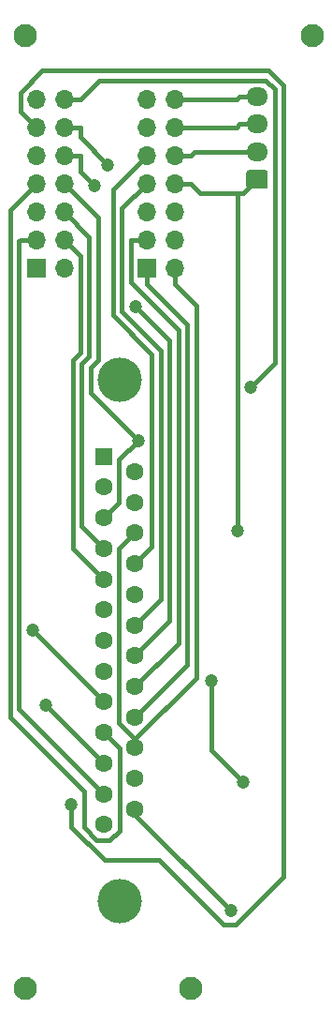
<source format=gbr>
%TF.GenerationSoftware,KiCad,Pcbnew,5.1.6-c6e7f7d~87~ubuntu20.04.1*%
%TF.CreationDate,2022-06-06T22:59:29+02:00*%
%TF.ProjectId,interface_up_left_side_arm,696e7465-7266-4616-9365-5f75705f6c65,rev?*%
%TF.SameCoordinates,PX7fa96a8PY7022770*%
%TF.FileFunction,Copper,L2,Bot*%
%TF.FilePolarity,Positive*%
%FSLAX46Y46*%
G04 Gerber Fmt 4.6, Leading zero omitted, Abs format (unit mm)*
G04 Created by KiCad (PCBNEW 5.1.6-c6e7f7d~87~ubuntu20.04.1) date 2022-06-06 22:59:29*
%MOMM*%
%LPD*%
G01*
G04 APERTURE LIST*
%TA.AperFunction,ComponentPad*%
%ADD10R,1.600000X1.600000*%
%TD*%
%TA.AperFunction,ComponentPad*%
%ADD11C,1.600000*%
%TD*%
%TA.AperFunction,ComponentPad*%
%ADD12C,4.000000*%
%TD*%
%TA.AperFunction,ComponentPad*%
%ADD13R,1.700000X1.700000*%
%TD*%
%TA.AperFunction,ComponentPad*%
%ADD14O,1.700000X1.700000*%
%TD*%
%TA.AperFunction,ComponentPad*%
%ADD15O,1.950000X1.700000*%
%TD*%
%TA.AperFunction,ViaPad*%
%ADD16C,2.100000*%
%TD*%
%TA.AperFunction,ViaPad*%
%ADD17C,1.200000*%
%TD*%
%TA.AperFunction,Conductor*%
%ADD18C,0.400000*%
%TD*%
G04 APERTURE END LIST*
D10*
%TO.P,J1,1*%
%TO.N,1*%
X9123720Y49981200D03*
D11*
%TO.P,J1,2*%
%TO.N,2*%
X9123720Y47211200D03*
%TO.P,J1,3*%
%TO.N,3*%
X9123720Y44441200D03*
%TO.P,J1,4*%
%TO.N,4*%
X9123720Y41671200D03*
%TO.P,J1,5*%
%TO.N,5*%
X9123720Y38901200D03*
%TO.P,J1,6*%
%TO.N,GND*%
X9123720Y36131200D03*
%TO.P,J1,7*%
X9123720Y33361200D03*
%TO.P,J1,8*%
%TO.N,8*%
X9123720Y30591200D03*
%TO.P,J1,9*%
%TO.N,9*%
X9123720Y27821200D03*
%TO.P,J1,10*%
%TO.N,10*%
X9123720Y25051200D03*
%TO.P,J1,11*%
%TO.N,11*%
X9123720Y22281200D03*
%TO.P,J1,12*%
%TO.N,12*%
X9123720Y19511200D03*
%TO.P,J1,13*%
%TO.N,13*%
X9123720Y16741200D03*
%TO.P,J1,14*%
%TO.N,14*%
X11963720Y48596200D03*
%TO.P,J1,15*%
%TO.N,15*%
X11963720Y45826200D03*
%TO.P,J1,16*%
%TO.N,+12V*%
X11963720Y43056200D03*
%TO.P,J1,17*%
%TO.N,+3V3*%
X11963720Y40286200D03*
%TO.P,J1,18*%
X11963720Y37516200D03*
%TO.P,J1,19*%
%TO.N,19*%
X11963720Y34746200D03*
%TO.P,J1,20*%
%TO.N,20*%
X11963720Y31976200D03*
%TO.P,J1,21*%
%TO.N,21*%
X11963720Y29206200D03*
%TO.P,J1,22*%
%TO.N,22*%
X11963720Y26436200D03*
%TO.P,J1,23*%
%TO.N,+12V*%
X11963720Y23666200D03*
%TO.P,J1,24*%
X11963720Y20896200D03*
%TO.P,J1,25*%
X11963720Y18126200D03*
D12*
%TO.P,J1,0*%
%TO.N,N/C*%
X10543720Y9811200D03*
X10543720Y56911200D03*
%TD*%
D13*
%TO.P,J2,1*%
%TO.N,22*%
X13025520Y66981200D03*
D14*
%TO.P,J2,2*%
%TO.N,+12V*%
X15565520Y66981200D03*
%TO.P,J2,3*%
%TO.N,21*%
X13025520Y69521200D03*
%TO.P,J2,4*%
%TO.N,+12V*%
X15565520Y69521200D03*
%TO.P,J2,5*%
%TO.N,20*%
X13025520Y72061200D03*
%TO.P,J2,6*%
%TO.N,+12V*%
X15565520Y72061200D03*
%TO.P,J2,7*%
%TO.N,19*%
X13025520Y74601200D03*
%TO.P,J2,8*%
%TO.N,M1*%
X15565520Y74601200D03*
%TO.P,J2,9*%
%TO.N,+3V3*%
X13025520Y77141200D03*
%TO.P,J2,10*%
%TO.N,M2*%
X15565520Y77141200D03*
%TO.P,J2,11*%
%TO.N,+3V3*%
X13025520Y79681200D03*
%TO.P,J2,12*%
%TO.N,M3*%
X15565520Y79681200D03*
%TO.P,J2,13*%
%TO.N,+12V*%
X13025520Y82221200D03*
%TO.P,J2,14*%
%TO.N,M4*%
X15565520Y82221200D03*
%TD*%
%TO.P,J3,14*%
%TO.N,14*%
X5565520Y82221200D03*
%TO.P,J3,13*%
%TO.N,GND*%
X3025520Y82221200D03*
%TO.P,J3,12*%
%TO.N,1*%
X5565520Y79681200D03*
%TO.P,J3,11*%
%TO.N,8*%
X3025520Y79681200D03*
%TO.P,J3,10*%
%TO.N,2*%
X5565520Y77141200D03*
%TO.P,J3,9*%
%TO.N,9*%
X3025520Y77141200D03*
%TO.P,J3,8*%
%TO.N,3*%
X5565520Y74601200D03*
%TO.P,J3,7*%
%TO.N,10*%
X3025520Y74601200D03*
%TO.P,J3,6*%
%TO.N,4*%
X5565520Y72061200D03*
%TO.P,J3,5*%
%TO.N,11*%
X3025520Y72061200D03*
%TO.P,J3,4*%
%TO.N,5*%
X5565520Y69521200D03*
%TO.P,J3,3*%
%TO.N,12*%
X3025520Y69521200D03*
%TO.P,J3,2*%
%TO.N,GND*%
X5565520Y66981200D03*
D13*
%TO.P,J3,1*%
%TO.N,13*%
X3025520Y66981200D03*
%TD*%
%TO.P,J4,1*%
%TO.N,M1*%
%TA.AperFunction,ComponentPad*%
G36*
G01*
X23750520Y74131200D02*
X22300520Y74131200D01*
G75*
G02*
X22050520Y74381200I0J250000D01*
G01*
X22050520Y75581200D01*
G75*
G02*
X22300520Y75831200I250000J0D01*
G01*
X23750520Y75831200D01*
G75*
G02*
X24000520Y75581200I0J-250000D01*
G01*
X24000520Y74381200D01*
G75*
G02*
X23750520Y74131200I-250000J0D01*
G01*
G37*
%TD.AperFunction*%
D15*
%TO.P,J4,2*%
%TO.N,M2*%
X23025520Y77481200D03*
%TO.P,J4,3*%
%TO.N,M3*%
X23025520Y79981200D03*
%TO.P,J4,4*%
%TO.N,M4*%
X23025520Y82481200D03*
%TD*%
D16*
%TO.N,*%
X28025520Y87981200D03*
X2025520Y87981200D03*
X17025520Y1981200D03*
X2025520Y1981200D03*
D17*
%TO.N,1*%
X9493020Y76317400D03*
%TO.N,2*%
X8291520Y74415200D03*
%TO.N,3*%
X12244120Y51397700D03*
%TO.N,8*%
X6155220Y18578900D03*
%TO.N,9*%
X2672320Y34272600D03*
%TO.N,11*%
X3880720Y27524200D03*
%TO.N,14*%
X22472020Y56252600D03*
%TO.N,+12V*%
X20655620Y8937600D03*
%TO.N,+3V3*%
X18852320Y29737200D03*
X21758120Y20532300D03*
%TO.N,20*%
X12002920Y63528200D03*
%TO.N,M1*%
X21262820Y43224500D03*
%TD*%
D18*
%TO.N,1*%
X5565520Y79681200D02*
X7015820Y79681200D01*
X7015820Y78794600D02*
X9493020Y76317400D01*
X7015820Y79681200D02*
X7015820Y78794600D01*
%TO.N,2*%
X7015820Y75690900D02*
X8291520Y74415200D01*
X7015820Y77141200D02*
X7015820Y75690900D01*
X5565520Y77141200D02*
X7015820Y77141200D01*
%TO.N,3*%
X10524120Y49677700D02*
X12244120Y51397700D01*
X10524120Y45841600D02*
X10524120Y49677700D01*
X9123720Y44441200D02*
X10524120Y45841600D01*
X7943420Y55698400D02*
X12244120Y51397700D01*
X7943420Y57988400D02*
X7943420Y55698400D01*
X8636120Y58681100D02*
X7943420Y57988400D01*
X8636120Y71530600D02*
X8636120Y58681100D01*
X5565520Y74601200D02*
X8636120Y71530600D01*
%TO.N,4*%
X7143120Y43651800D02*
X9123720Y41671200D01*
X7143120Y58319800D02*
X7143120Y43651800D01*
X7827620Y59004300D02*
X7143120Y58319800D01*
X7827620Y69799100D02*
X7827620Y59004300D01*
X5565520Y72061200D02*
X7827620Y69799100D01*
%TO.N,5*%
X6342820Y41682100D02*
X9123720Y38901200D01*
X6342820Y58651200D02*
X6342820Y41682100D01*
X7023320Y59331700D02*
X6342820Y58651200D01*
X7023320Y68063400D02*
X7023320Y59331700D01*
X5565520Y69521200D02*
X7023320Y68063400D01*
%TO.N,8*%
X1571520Y81135200D02*
X3025520Y79681200D01*
X1571520Y82821700D02*
X1571520Y81135200D01*
X3544020Y84794200D02*
X1571520Y82821700D01*
X24077920Y84794200D02*
X3544020Y84794200D01*
X25423920Y83448200D02*
X24077920Y84794200D01*
X25423920Y12008200D02*
X25423920Y83448200D01*
X21115020Y7699300D02*
X25423920Y12008200D01*
X19962320Y7699300D02*
X21115020Y7699300D01*
X14158520Y13503100D02*
X19962320Y7699300D01*
X9200420Y13503100D02*
X14158520Y13503100D01*
X6155220Y16548300D02*
X9200420Y13503100D01*
X6155220Y18578900D02*
X6155220Y16548300D01*
%TO.N,9*%
X2672320Y34272600D02*
X9123720Y27821200D01*
%TO.N,10*%
X663620Y72239300D02*
X3025520Y74601200D01*
X663620Y26420300D02*
X663620Y72239300D01*
X7355520Y19728400D02*
X663620Y26420300D01*
X7355520Y16481400D02*
X7355520Y19728400D01*
X8510320Y15326600D02*
X7355520Y16481400D01*
X9689520Y15326600D02*
X8510320Y15326600D01*
X10563320Y16200400D02*
X9689520Y15326600D01*
X10563320Y23611600D02*
X10563320Y16200400D01*
X9123720Y25051200D02*
X10563320Y23611600D01*
%TO.N,11*%
X9123720Y22281200D02*
X3880720Y27524200D01*
%TO.N,12*%
X3025520Y69521200D02*
X1575220Y69521200D01*
X1464020Y69410000D02*
X1575220Y69521200D01*
X1464020Y27170900D02*
X1464020Y69410000D01*
X9123720Y19511200D02*
X1464020Y27170900D01*
%TO.N,14*%
X5565520Y82221200D02*
X7015820Y82221200D01*
X24608520Y58389100D02*
X22472020Y56252600D01*
X24608520Y83131700D02*
X24608520Y58389100D01*
X23800320Y83939900D02*
X24608520Y83131700D01*
X8734520Y83939900D02*
X23800320Y83939900D01*
X7015820Y82221200D02*
X8734520Y83939900D01*
%TO.N,+12V*%
X11963720Y17629500D02*
X11963720Y18126200D01*
X20655620Y8937600D02*
X11963720Y17629500D01*
X15565520Y66981200D02*
X15565520Y65530900D01*
X10524120Y25892900D02*
X11975920Y24441100D01*
X10524120Y41616600D02*
X10524120Y25892900D01*
X11963720Y43056200D02*
X10524120Y41616600D01*
X11963720Y24428900D02*
X11975920Y24441100D01*
X11963720Y23666200D02*
X11963720Y24428900D01*
X17493620Y63602800D02*
X15565520Y65530900D01*
X17493620Y29958800D02*
X17493620Y63602800D01*
X11975920Y24441100D02*
X17493620Y29958800D01*
%TO.N,+3V3*%
X18852320Y23438100D02*
X18852320Y29737200D01*
X21758120Y20532300D02*
X18852320Y23438100D01*
X9953320Y74069000D02*
X13025520Y77141200D01*
X9953320Y62748700D02*
X9953320Y74069000D01*
X13486020Y59216000D02*
X9953320Y62748700D01*
X13486020Y41808500D02*
X13486020Y59216000D01*
X11963720Y40286200D02*
X13486020Y41808500D01*
%TO.N,19*%
X14286320Y37068800D02*
X11963720Y34746200D01*
X14286320Y59547400D02*
X14286320Y37068800D01*
X10774920Y63058800D02*
X14286320Y59547400D01*
X10774920Y72350600D02*
X10774920Y63058800D01*
X13025520Y74601200D02*
X10774920Y72350600D01*
%TO.N,20*%
X15092520Y60438600D02*
X12002920Y63528200D01*
X15092520Y35105000D02*
X15092520Y60438600D01*
X11963720Y31976200D02*
X15092520Y35105000D01*
%TO.N,21*%
X13025520Y69521200D02*
X11575220Y69521200D01*
X11575220Y65698200D02*
X11575220Y69521200D01*
X15893020Y61380400D02*
X11575220Y65698200D01*
X15893020Y33135500D02*
X15893020Y61380400D01*
X11963720Y29206200D02*
X15893020Y33135500D01*
%TO.N,22*%
X13025520Y66981200D02*
X13025520Y65530900D01*
X16693320Y61863100D02*
X13025520Y65530900D01*
X16693320Y31165800D02*
X16693320Y61863100D01*
X11963720Y26436200D02*
X16693320Y31165800D01*
%TO.N,M1*%
X15565520Y74601200D02*
X17015820Y74601200D01*
X21262820Y43224500D02*
X21262820Y73715600D01*
X21759920Y73715600D02*
X21262820Y73715600D01*
X23025520Y74981200D02*
X21759920Y73715600D01*
X17901420Y73715600D02*
X17015820Y74601200D01*
X21262820Y73715600D02*
X17901420Y73715600D01*
%TO.N,M2*%
X17355820Y77481200D02*
X17015820Y77141200D01*
X23025520Y77481200D02*
X17355820Y77481200D01*
X15565520Y77141200D02*
X17015820Y77141200D01*
%TO.N,M3*%
X21150220Y79681200D02*
X15565520Y79681200D01*
X21450220Y79981200D02*
X21150220Y79681200D01*
X23025520Y79981200D02*
X21450220Y79981200D01*
%TO.N,M4*%
X21190220Y82221200D02*
X15565520Y82221200D01*
X21450220Y82481200D02*
X21190220Y82221200D01*
X23025520Y82481200D02*
X21450220Y82481200D01*
%TD*%
M02*

</source>
